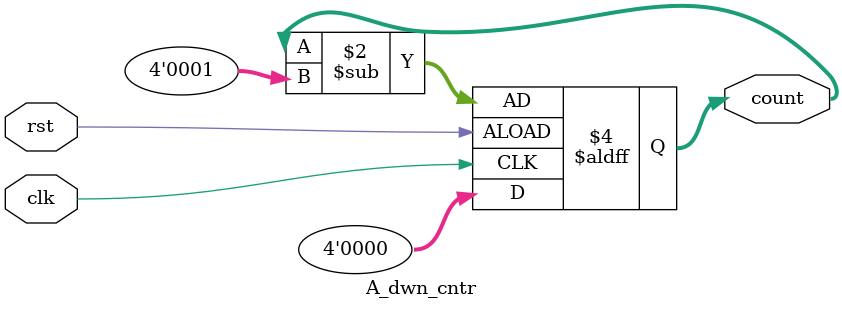
<source format=sv>
`timescale 1ns / 1ps


module A_dwn_cntr(clk,rst,count

    );
    input logic clk,rst;
    output logic [3:0]count=4'b0000;
    always @(negedge clk or negedge rst)
    begin
    if(rst)
    count=4'b0000;
    else
    begin
    count=count-4'b0001;
    end
    end
endmodule
</source>
